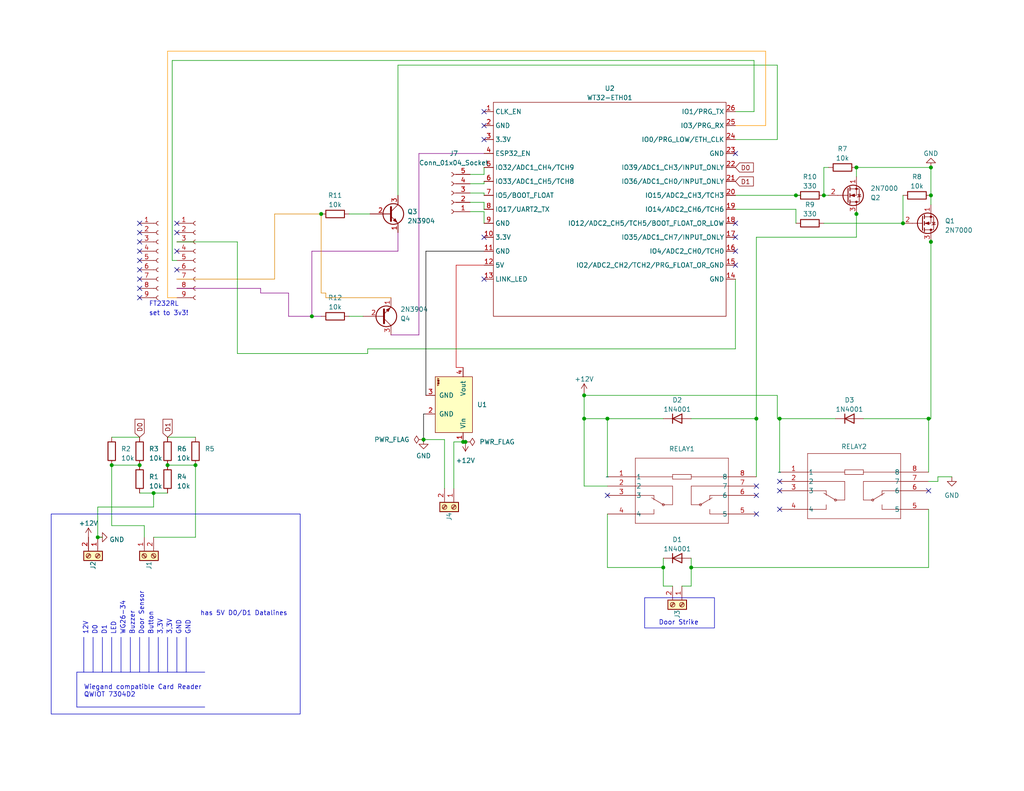
<source format=kicad_sch>
(kicad_sch (version 20230121) (generator eeschema)
  (paper "USLetter")
  (title_block (title "Door Controller") (date "2024-01-08") (rev "1") (company "MetaMakersCooperative") (comment 1 "https://metamakers.org/") (comment 2 "Door Controller"))
  (lib_symbols
    (symbol "2N3904_1" (pin_names (offset 0) hide)
      (property "Reference" "Q1" (at 5.08 0.635 0))
      (property "Value" "2N3904" (at 5.08 -1.905 0))
      (property "Sim.Device" "NPN" (at 0 0 0))
      (property "Sim.Type" "VBIC" (at 0 0 0))
      (property "Sim.Pins" "1=C 2=B 3=E" (at 0 0 0))
      (symbol "2N3904_1_0_1"
        (polyline (pts (xy 0.635 0.635) (xy 2.54 2.54)))
        (polyline (pts (xy 0.635 -0.635) (xy 2.54 -2.54) (xy 2.54 -2.54)))
        (polyline (pts (xy 0.635 1.905) (xy 0.635 -1.905) (xy 0.635 -1.905)) (stroke (width 0.508)))
        (polyline (pts (xy 1.27 -1.778) (xy 1.778 -1.27) (xy 2.286 -2.286) (xy 1.27 -1.778) (xy 1.27 -1.778)) (fill (type outline)))
        (circle (center 1.27 0) (radius 2.8194) (stroke (width 0.254)))
      )
      (symbol "2N3904_1_1_1"
        (pin passive line (at 2.54 -5.08 90) (length 2.54) (name "E") (number "1"))
        (pin passive line (at -5.08 0 0) (length 5.715) (name "B") (number "2"))
        (pin passive line (at 2.54 5.08 270) (length 2.54) (name "C") (number "3"))
      )
    )
    (symbol "Connector:Conn_01x05_Socket" (pin_names (offset 1.016) hide)
      (property "Reference" "J" (at 0 7.62 0))
      (property "Value" "Conn_01x05_Socket" (at 0 -7.62 0))
      (symbol "Conn_01x05_Socket_1_1"
        (arc (start 0 -4.572) (mid -0.5058 -5.08) (end 0 -5.588) (stroke (width 0.1524)))
        (arc (start 0 -2.032) (mid -0.5058 -2.54) (end 0 -3.048) (stroke (width 0.1524)))
        (polyline (pts (xy -1.27 -5.08) (xy -0.508 -5.08)) (stroke (width 0.1524)))
        (polyline (pts (xy -1.27 -2.54) (xy -0.508 -2.54)) (stroke (width 0.1524)))
        (polyline (pts (xy -1.27 0) (xy -0.508 0)) (stroke (width 0.1524)))
        (polyline (pts (xy -1.27 2.54) (xy -0.508 2.54)) (stroke (width 0.1524)))
        (polyline (pts (xy -1.27 5.08) (xy -0.508 5.08)) (stroke (width 0.1524)))
        (arc (start 0 0.508) (mid -0.5058 0) (end 0 -0.508) (stroke (width 0.1524)))
        (arc (start 0 3.048) (mid -0.5058 2.54) (end 0 2.032) (stroke (width 0.1524)))
        (arc (start 0 5.588) (mid -0.5058 5.08) (end 0 4.572) (stroke (width 0.1524)))
        (pin passive line (at -5.08 5.08 0) (length 3.81) (name "Pin_1") (number "1"))
        (pin passive line (at -5.08 2.54 0) (length 3.81) (name "Pin_2") (number "2"))
        (pin passive line (at -5.08 0 0) (length 3.81) (name "Pin_3") (number "3"))
        (pin passive line (at -5.08 -2.54 0) (length 3.81) (name "Pin_4") (number "4"))
        (pin passive line (at -5.08 -5.08 0) (length 3.81) (name "Pin_5") (number "5"))
      )
    )
    (symbol "Connector:Conn_01x09_Socket" (pin_names (offset 1.016) hide)
      (property "Reference" "J" (at 0 12.7 0))
      (property "Value" "Conn_01x09_Socket" (at 0 -12.7 0))
      (symbol "Conn_01x09_Socket_1_1"
        (arc (start 0 -9.652) (mid -0.5058 -10.16) (end 0 -10.668) (stroke (width 0.1524)))
        (arc (start 0 -7.112) (mid -0.5058 -7.62) (end 0 -8.128) (stroke (width 0.1524)))
        (arc (start 0 -4.572) (mid -0.5058 -5.08) (end 0 -5.588) (stroke (width 0.1524)))
        (arc (start 0 -2.032) (mid -0.5058 -2.54) (end 0 -3.048) (stroke (width 0.1524)))
        (polyline (pts (xy -1.27 -10.16) (xy -0.508 -10.16)) (stroke (width 0.1524)))
        (polyline (pts (xy -1.27 -7.62) (xy -0.508 -7.62)) (stroke (width 0.1524)))
        (polyline (pts (xy -1.27 -5.08) (xy -0.508 -5.08)) (stroke (width 0.1524)))
        (polyline (pts (xy -1.27 -2.54) (xy -0.508 -2.54)) (stroke (width 0.1524)))
        (polyline (pts (xy -1.27 0) (xy -0.508 0)) (stroke (width 0.1524)))
        (polyline (pts (xy -1.27 2.54) (xy -0.508 2.54)) (stroke (width 0.1524)))
        (polyline (pts (xy -1.27 5.08) (xy -0.508 5.08)) (stroke (width 0.1524)))
        (polyline (pts (xy -1.27 7.62) (xy -0.508 7.62)) (stroke (width 0.1524)))
        (polyline (pts (xy -1.27 10.16) (xy -0.508 10.16)) (stroke (width 0.1524)))
        (arc (start 0 0.508) (mid -0.5058 0) (end 0 -0.508) (stroke (width 0.1524)))
        (arc (start 0 3.048) (mid -0.5058 2.54) (end 0 2.032) (stroke (width 0.1524)))
        (arc (start 0 5.588) (mid -0.5058 5.08) (end 0 4.572) (stroke (width 0.1524)))
        (arc (start 0 8.128) (mid -0.5058 7.62) (end 0 7.112) (stroke (width 0.1524)))
        (arc (start 0 10.668) (mid -0.5058 10.16) (end 0 9.652) (stroke (width 0.1524)))
        (pin passive line (at -5.08 10.16 0) (length 3.81) (name "Pin_1") (number "1"))
        (pin passive line (at -5.08 7.62 0) (length 3.81) (name "Pin_2") (number "2"))
        (pin passive line (at -5.08 5.08 0) (length 3.81) (name "Pin_3") (number "3"))
        (pin passive line (at -5.08 2.54 0) (length 3.81) (name "Pin_4") (number "4"))
        (pin passive line (at -5.08 0 0) (length 3.81) (name "Pin_5") (number "5"))
        (pin passive line (at -5.08 -2.54 0) (length 3.81) (name "Pin_6") (number "6"))
        (pin passive line (at -5.08 -5.08 0) (length 3.81) (name "Pin_7") (number "7"))
        (pin passive line (at -5.08 -7.62 0) (length 3.81) (name "Pin_8") (number "8"))
        (pin passive line (at -5.08 -10.16 0) (length 3.81) (name "Pin_9") (number "9"))
      )
    )
    (symbol "Connector:Screw_Terminal_01x02" (pin_names (offset 1.016) hide)
      (property "Reference" "J" (at 0 2.54 0))
      (property "Value" "Screw_Terminal_01x02" (at 0 -5.08 0))
      (symbol "Screw_Terminal_01x02_1_1"
        (rectangle (start -1.27 1.27) (end 1.27 -3.81) (stroke (width 0.254)) (fill (type background)))
        (circle (center 0 -2.54) (radius 0.635) (stroke (width 0.1524)))
        (polyline (pts (xy -0.5334 -2.2098) (xy 0.3302 -3.048)) (stroke (width 0.1524)))
        (polyline (pts (xy -0.5334 0.3302) (xy 0.3302 -0.508)) (stroke (width 0.1524)))
        (polyline (pts (xy -0.3556 -2.032) (xy 0.508 -2.8702)) (stroke (width 0.1524)))
        (polyline (pts (xy -0.3556 0.508) (xy 0.508 -0.3302)) (stroke (width 0.1524)))
        (circle (center 0 0) (radius 0.635) (stroke (width 0.1524)))
        (pin passive line (at -5.08 0 0) (length 3.81) (name "Pin_1") (number "1"))
        (pin passive line (at -5.08 -2.54 0) (length 3.81) (name "Pin_2") (number "2"))
      )
    )
    (symbol "Device:R" (pin_numbers hide) (pin_names (offset 0))
      (property "Reference" "R" (at 2.032 0 90))
      (property "Value" "R" (at 0 0 90))
      (symbol "R_0_1"
        (rectangle (start -1.016 -2.54) (end 1.016 2.54) (stroke (width 0.254)))
      )
      (symbol "R_1_1"
        (pin passive line (at 0 3.81 270) (length 1.27) (name "~") (number "1"))
        (pin passive line (at 0 -3.81 90) (length 1.27) (name "~") (number "2"))
      )
    )
    (symbol "Diode:1N4001" (pin_numbers hide) (pin_names hide)
      (property "Reference" "D" (at 0 2.54 0))
      (property "Value" "1N4001" (at 0 -2.54 0))
      (symbol "1N4001_0_1"
        (polyline (pts (xy -1.27 1.27) (xy -1.27 -1.27)) (stroke (width 0.254)))
        (polyline (pts (xy 1.27 0) (xy -1.27 0)))
        (polyline (pts (xy 1.27 1.27) (xy 1.27 -1.27) (xy -1.27 0) (xy 1.27 1.27)) (stroke (width 0.254)))
      )
      (symbol "1N4001_1_1"
        (pin passive line (at -3.81 0 0) (length 2.54) (name "K") (number "1"))
        (pin passive line (at 3.81 0 180) (length 2.54) (name "A") (number "2"))
      )
    )
    (symbol "My_Library:J104D2C12VDC.20S" (pin_names (offset 0.254))
      (property "Reference" "U" (at 20.32 10.16 0))
      (property "Value" "J104D2C12VDC.20S" (at 20.32 7.62 0))
      (symbol "J104D2C12VDC.20S_0_1"
        (polyline (pts (xy 7.62 -12.7) (xy 33.02 -12.7)) (stroke (width 0.127)))
        (polyline (pts (xy 7.62 -10.16) (xy 12.7 -10.16)) (stroke (width 0.127)))
        (polyline (pts (xy 7.62 -5.08) (xy 12.7 -5.08)) (stroke (width 0.127)))
        (polyline (pts (xy 7.62 -2.54) (xy 17.78 -2.54)) (stroke (width 0.127)))
        (polyline (pts (xy 7.62 0) (xy 17.78 0)) (stroke (width 0.127)))
        (polyline (pts (xy 7.62 5.08) (xy 7.62 -12.7)) (stroke (width 0.127)))
        (polyline (pts (xy 12.7 -8.89) (xy 12.7 -10.16)) (stroke (width 0.127)))
        (polyline (pts (xy 12.7 -5.08) (xy 12.7 -6.35)) (stroke (width 0.127)))
        (polyline (pts (xy 15.24 -7.62) (xy 12.065 -5.715)) (stroke (width 0.127)))
        (polyline (pts (xy 17.78 -7.62) (xy 15.24 -7.62)) (stroke (width 0.127)))
        (polyline (pts (xy 17.78 -2.54) (xy 17.78 -7.62)) (stroke (width 0.127)))
        (polyline (pts (xy 17.78 0.635) (xy 17.78 -0.635)) (stroke (width 0.127)))
        (polyline (pts (xy 17.78 0.635) (xy 22.86 0.635)) (stroke (width 0.127)))
        (polyline (pts (xy 22.86 -7.62) (xy 25.4 -7.62)) (stroke (width 0.127)))
        (polyline (pts (xy 22.86 -2.54) (xy 22.86 -7.62)) (stroke (width 0.127)))
        (polyline (pts (xy 22.86 -0.635) (xy 17.78 -0.635)) (stroke (width 0.127)))
        (polyline (pts (xy 22.86 0) (xy 33.02 0)) (stroke (width 0.127)))
        (polyline (pts (xy 22.86 0.635) (xy 22.86 -0.635)) (stroke (width 0.127)))
        (polyline (pts (xy 25.4 -7.62) (xy 28.575 -5.715)) (stroke (width 0.127)))
        (polyline (pts (xy 27.94 -10.16) (xy 33.02 -10.16)) (stroke (width 0.127)))
        (polyline (pts (xy 27.94 -8.89) (xy 27.94 -10.16)) (stroke (width 0.127)))
        (polyline (pts (xy 27.94 -5.08) (xy 27.94 -6.35)) (stroke (width 0.127)))
        (polyline (pts (xy 33.02 -12.7) (xy 33.02 5.08)) (stroke (width 0.127)))
        (polyline (pts (xy 33.02 -5.08) (xy 27.94 -5.08)) (stroke (width 0.127)))
        (polyline (pts (xy 33.02 -2.54) (xy 22.86 -2.54)) (stroke (width 0.127)))
        (polyline (pts (xy 33.02 5.08) (xy 7.62 5.08)) (stroke (width 0.127)))
        (circle (center 15.24 -7.62) (radius 0.3048) (stroke (width 0.127)))
        (circle (center 25.4 -7.62) (radius 0.3048) (stroke (width 0.127)))
        (pin unspecified line (at 0 0 0) (length 7.62) (name "1") (number "1"))
        (pin unspecified line (at 0 -2.54 0) (length 7.62) (name "2") (number "2"))
        (pin unspecified line (at 0 -5.08 0) (length 7.62) (name "3") (number "3"))
        (pin unspecified line (at 0 -10.16 0) (length 7.62) (name "4") (number "4"))
        (pin unspecified line (at 40.64 -10.16 180) (length 7.62) (name "5") (number "5"))
        (pin unspecified line (at 40.64 -5.08 180) (length 7.62) (name "6") (number "6"))
        (pin unspecified line (at 40.64 -2.54 180) (length 7.62) (name "7") (number "7"))
        (pin unspecified line (at 40.64 0 180) (length 7.62) (name "8") (number "8"))
      )
    )
    (symbol "My_Library:YAAJ_DCDC_StepDown_LM2596" (pin_names (offset 1.016))
      (property "Reference" "U" (at -5.08 6.35 0))
      (property "Value" "YAAJ_DCDC_StepDown_LM2596" (at 0 11.43 0))
      (symbol "YAAJ_DCDC_StepDown_LM2596_0_1"
        (rectangle (start -7.62 5.08) (end 7.62 -5.08) (fill (type background)))
      )
      (symbol "YAAJ_DCDC_StepDown_LM2596_1_1"
        (text "Y@@V" (at 6.1976 -4.2672 0) (effects (font (size 0.508 0.508))))
        (pin power_in line (at -10.16 2.54 0) (length 2.54) (name "Vin") (number "1"))
        (pin power_in line (at -2.54 -7.62 90) (length 2.54) (name "GND") (number "2"))
        (pin power_in line (at 2.54 -7.62 90) (length 2.54) (name "GND") (number "3"))
        (pin power_out line (at 10.16 2.54 180) (length 2.54) (name "Vout") (number "4"))
      )
    )
    (symbol "Transistor_BJT:2N3904" (pin_names (offset 0) hide)
      (property "Reference" "Q" (at 5.08 1.905 0))
      (property "Value" "2N3904" (at 5.08 0 0))
      (symbol "2N3904_0_1"
        (polyline (pts (xy 0.635 0.635) (xy 2.54 2.54)))
        (polyline (pts (xy 0.635 -0.635) (xy 2.54 -2.54) (xy 2.54 -2.54)))
        (polyline (pts (xy 0.635 1.905) (xy 0.635 -1.905) (xy 0.635 -1.905)) (stroke (width 0.508)))
        (polyline (pts (xy 1.27 -1.778) (xy 1.778 -1.27) (xy 2.286 -2.286) (xy 1.27 -1.778) (xy 1.27 -1.778)) (fill (type outline)))
        (circle (center 1.27 0) (radius 2.8194) (stroke (width 0.254)))
      )
      (symbol "2N3904_1_1"
        (pin passive line (at 2.54 -5.08 90) (length 2.54) (name "E") (number "1"))
        (pin passive line (at -5.08 0 0) (length 5.715) (name "B") (number "2"))
        (pin passive line (at 2.54 5.08 270) (length 2.54) (name "C") (number "3"))
      )
    )
    (symbol "Transistor_FET:2N7000" (pin_names hide)
      (property "Reference" "Q" (at 5.08 1.905 0))
      (property "Value" "2N7000" (at 5.08 0 0))
      (symbol "2N7000_0_1"
        (polyline (pts (xy 0.254 0) (xy -2.54 0)))
        (polyline (pts (xy 0.254 1.905) (xy 0.254 -1.905)) (stroke (width 0.254)))
        (polyline (pts (xy 0.762 -1.27) (xy 0.762 -2.286)) (stroke (width 0.254)))
        (polyline (pts (xy 0.762 0.508) (xy 0.762 -0.508)) (stroke (width 0.254)))
        (polyline (pts (xy 0.762 2.286) (xy 0.762 1.27)) (stroke (width 0.254)))
        (polyline (pts (xy 2.54 2.54) (xy 2.54 1.778)))
        (polyline (pts (xy 2.54 -2.54) (xy 2.54 0) (xy 0.762 0)))
        (polyline (pts (xy 0.762 -1.778) (xy 3.302 -1.778) (xy 3.302 1.778) (xy 0.762 1.778)))
        (polyline (pts (xy 1.016 0) (xy 2.032 0.381) (xy 2.032 -0.381) (xy 1.016 0)) (fill (type outline)))
        (polyline (pts (xy 2.794 0.508) (xy 2.921 0.381) (xy 3.683 0.381) (xy 3.81 0.254)))
        (polyline (pts (xy 3.302 0.381) (xy 2.921 -0.254) (xy 3.683 -0.254) (xy 3.302 0.381)))
        (circle (center 1.651 0) (radius 2.794) (stroke (width 0.254)))
        (circle (center 2.54 -1.778) (radius 0.254) (fill (type outline)))
        (circle (center 2.54 1.778) (radius 0.254) (fill (type outline)))
      )
      (symbol "2N7000_1_1"
        (pin passive line (at 2.54 -5.08 90) (length 2.54) (name "S") (number "1"))
        (pin input line (at -5.08 0 0) (length 2.54) (name "G") (number "2"))
        (pin passive line (at 2.54 5.08 270) (length 2.54) (name "D") (number "3"))
      )
    )
    (symbol "WT32-ETH01:WT32-ETH01"
      (property "Reference" "U" (at 0 -22.86 0))
      (property "Value" "WT32-ETH01" (at 0 -25.4 0))
      (symbol "WT32-ETH01_0_1"
        (rectangle (start -31.75 29.21) (end 31.75 -29.21))
      )
      (symbol "WT32-ETH01_1_1"
        (pin bidirectional line (at -34.29 26.67 0) (length 2.54) (name "CLK_EN") (number "1"))
        (pin power_out line (at -34.29 -7.62 0) (length 2.54) (name "3.3V") (number "10"))
        (pin power_in line (at -34.29 -11.43 0) (length 2.54) (name "GND") (number "11"))
        (pin power_in line (at -34.29 -15.24 0) (length 2.54) (name "5V") (number "12"))
        (pin output line (at -34.29 -19.05 0) (length 2.54) (name "LINK_LED") (number "13"))
        (pin power_in line (at 34.29 -19.05 180) (length 2.54) (name "GND") (number "14"))
        (pin bidirectional line (at 34.29 -15.24 180) (length 2.54) (name "IO2/ADC2_CH2/TCH2/PRG_FLOAT_OR_GND") (number "15"))
        (pin bidirectional line (at 34.29 -11.43 180) (length 2.54) (name "IO4/ADC2_CH0/TCH0") (number "16"))
        (pin input line (at 34.29 -7.62 180) (length 2.54) (name "IO35/ADC1_CH7/INPUT_ONLY") (number "17"))
        (pin bidirectional line (at 34.29 -3.81 180) (length 2.54) (name "IO12/ADC2_CH5/TCH5/BOOT_FLOAT_OR_LOW") (number "18"))
        (pin bidirectional line (at 34.29 0 180) (length 2.54) (name "IO14/ADC2_CH6/TCH6") (number "19"))
        (pin power_in line (at -34.29 22.86 0) (length 2.54) (name "GND") (number "2"))
        (pin bidirectional line (at 34.29 3.81 180) (length 2.54) (name "IO15/ADC2_CH3/TCH3") (number "20"))
        (pin input line (at 34.29 7.62 180) (length 2.54) (name "IO36/ADC1_CH0/INPUT_ONLY") (number "21"))
        (pin input line (at 34.29 11.43 180) (length 2.54) (name "IO39/ADC1_CH3/INPUT_ONLY") (number "22"))
        (pin power_in line (at 34.29 15.24 180) (length 2.54) (name "GND") (number "23"))
        (pin bidirectional line (at 34.29 19.05 180) (length 2.54) (name "IO0/PRG_LOW/ETH_CLK") (number "24"))
        (pin bidirectional line (at 34.29 22.86 180) (length 2.54) (name "IO3/PRG_RX") (number "25"))
        (pin bidirectional line (at 34.29 26.67 180) (length 2.54) (name "IO1/PRG_TX") (number "26"))
        (pin power_out line (at -34.29 19.05 0) (length 2.54) (name "3.3V") (number "3"))
        (pin bidirectional line (at -34.29 15.24 0) (length 2.54) (name "ESP32_EN") (number "4"))
        (pin bidirectional line (at -34.29 11.43 0) (length 2.54) (name "IO32/ADC1_CH4/TCH9") (number "5"))
        (pin bidirectional line (at -34.29 7.62 0) (length 2.54) (name "IO33/ADC1_CH5/TCH8") (number "6"))
        (pin bidirectional line (at -34.29 3.81 0) (length 2.54) (name "IO5/BOOT_FLOAT") (number "7"))
        (pin bidirectional line (at -34.29 0 0) (length 2.54) (name "IO17/UART2_TX") (number "8"))
        (pin power_in line (at -34.29 -3.81 0) (length 2.54) (name "GND") (number "9"))
      )
    )
    (symbol "power:+12V" (power) (pin_names (offset 0))
      (property "Value" "+12V" (at 0 3.556 0))
      (symbol "+12V_0_1"
        (polyline (pts (xy -0.762 1.27) (xy 0 2.54)))
        (polyline (pts (xy 0 0) (xy 0 2.54)))
        (polyline (pts (xy 0 2.54) (xy 0.762 1.27)))
      )
      (symbol "+12V_1_1"
        (pin power_in line (at 0 0 90) (length 0) hide (name "+12V") (number "1"))
      )
    )
    (symbol "power:GND" (power) (pin_names (offset 0))
      (property "Value" "GND" (at 0 -3.81 0))
      (symbol "GND_0_1"
        (polyline (pts (xy 0 0) (xy 0 -1.27) (xy 1.27 -1.27) (xy 0 -2.54) (xy -1.27 -1.27) (xy 0 -1.27)))
      )
      (symbol "GND_1_1"
        (pin power_in line (at 0 0 270) (length 0) hide (name "GND") (number "1"))
      )
    )
    (symbol "power:PWR_FLAG" (power) (pin_numbers hide) (pin_names (offset 0) hide)
      (property "Value" "PWR_FLAG" (at 0 3.81 0))
      (symbol "PWR_FLAG_0_0"
        (pin power_out line (at 0 0 90) (length 0) (name "pwr") (number "1"))
      )
      (symbol "PWR_FLAG_0_1"
        (polyline (pts (xy 0 0) (xy 0 1.27) (xy -1.016 1.905) (xy 0 2.54) (xy 1.016 1.905) (xy 0 1.27)))
      )
    )
  )
  (junction (at 127 120.65))
  (junction (at 87.63 58.42))
  (junction (at 38.1 127))
  (junction (at 115.57 120.015))
  (junction (at 85.09 86.36))
  (junction (at 159.385 114.3))
  (junction (at 206.375 114.3))
  (junction (at 253.365 114.3))
  (junction (at 26.67 146.685))
  (junction (at 254 66.04))
  (junction (at 30.48 127))
  (junction (at 180.975 154.94))
  (junction (at 246.38 60.96))
  (junction (at 254 45.72))
  (junction (at 233.68 45.72))
  (junction (at 126.365 120.65))
  (junction (at 188.595 154.94))
  (junction (at 53.34 127))
  (junction (at 212.725 114.3))
  (junction (at 217.17 53.34))
  (junction (at 224.79 53.34))
  (junction (at 233.68 58.42))
  (junction (at 41.91 134.62))
  (junction (at 165.735 114.3))
  (junction (at 45.72 127))
  (junction (at 159.385 107.95))
  (junction (at 254 53.34))
  (no_connect (at 48.26 60.96))
  (no_connect (at 132.08 30.48))
  (no_connect (at 206.375 135.255))
  (no_connect (at 132.08 76.2))
  (no_connect (at 200.66 41.91))
  (no_connect (at 212.725 139.065))
  (no_connect (at 200.66 60.96))
  (no_connect (at 38.1 63.5))
  (no_connect (at 200.66 72.39))
  (no_connect (at 132.08 64.77))
  (no_connect (at 165.735 135.255))
  (no_connect (at 38.1 81.28))
  (no_connect (at 38.1 60.96))
  (no_connect (at 38.1 76.2))
  (no_connect (at 132.08 34.29))
  (no_connect (at 48.26 73.66))
  (no_connect (at 38.1 78.74))
  (no_connect (at 38.1 73.66))
  (no_connect (at 206.375 140.335))
  (no_connect (at 206.375 132.715))
  (no_connect (at 253.365 133.985))
  (no_connect (at 38.1 66.04))
  (no_connect (at 38.1 68.58))
  (no_connect (at 212.725 131.445))
  (no_connect (at 200.66 64.77))
  (no_connect (at 48.26 63.5))
  (no_connect (at 48.26 68.58))
  (no_connect (at 200.66 68.58))
  (no_connect (at 38.1 71.12))
  (no_connect (at 132.08 38.1))
  (no_connect (at 212.725 133.985))
  (wire (pts (xy 224.79 53.34) (xy 226.06 53.34)))
  (wire (pts (xy 87.63 80.01) (xy 87.63 58.42)) (stroke (width 0) (color 221 133 0 1)))
  (wire (pts (xy 254 65.405) (xy 254 66.04)))
  (wire (pts (xy 85.09 68.58) (xy 85.09 86.36)) (stroke (width 0) (color 132 0 132 1)))
  (wire (pts (xy 132.08 60.96) (xy 132.08 57.785)))
  (wire (pts (xy 74.93 58.42) (xy 87.63 58.42)) (stroke (width 0) (color 221 133 0 1)))
  (wire (pts (xy 132.08 55.245) (xy 128.27 55.245)))
  (wire (pts (xy 246.38 53.34) (xy 246.38 60.96)))
  (wire (pts (xy 200.66 76.2) (xy 200.66 95.25)))
  (wire (pts (xy 132.08 57.785) (xy 128.27 57.785)))
  (wire (pts (xy 95.25 86.36) (xy 99.06 86.36)))
  (wire (pts (xy 212.09 38.1) (xy 200.66 38.1)))
  (wire (pts (xy 108.585 17.78) (xy 108.585 53.34)))
  (polyline (pts (xy 22.86 183.515) (xy 22.86 173.99)))
  (wire (pts (xy 254 53.34) (xy 254 55.88)))
  (wire (pts (xy 132.08 45.72) (xy 132.08 47.625)))
  (wire (pts (xy 233.68 57.785) (xy 233.68 58.42)))
  (wire (pts (xy 183.515 160.02) (xy 180.975 160.02)))
  (wire (pts (xy 233.68 58.42) (xy 233.68 64.77)))
  (wire (pts (xy 180.975 152.4) (xy 180.975 154.94)))
  (wire (pts (xy 208.915 13.97) (xy 208.915 34.29)) (stroke (width 0) (color 255 153 0 1)))
  (wire (pts (xy 106.68 91.44) (xy 114.3 91.44)) (stroke (width 0) (color 132 0 132 1)))
  (wire (pts (xy 200.66 53.34) (xy 217.17 53.34)))
  (polyline (pts (xy 20.955 183.515) (xy 55.88 183.515)))
  (wire (pts (xy 30.48 127) (xy 30.48 143.51)))
  (wire (pts (xy 114.3 41.91) (xy 132.08 41.91)) (stroke (width 0) (color 132 0 132 1)))
  (wire (pts (xy 254 66.04) (xy 254 114.3)))
  (wire (pts (xy 71.12 78.74) (xy 71.12 80.01)) (stroke (width 0) (color 132 0 132 1)))
  (wire (pts (xy 126.365 120.65) (xy 127 120.65)))
  (polyline (pts (xy 20.955 193.04) (xy 20.955 183.515)))
  (wire (pts (xy 116.205 68.58) (xy 132.08 68.58)) (stroke (width 0) (color 0 0 0 1)))
  (wire (pts (xy 100.33 96.52) (xy 100.33 95.25)))
  (polyline (pts (xy 50.8 183.515) (xy 50.8 173.99)))
  (wire (pts (xy 205.74 16.51) (xy 205.74 30.48)))
  (wire (pts (xy 200.66 57.15) (xy 217.17 57.15)))
  (wire (pts (xy 78.74 86.36) (xy 85.09 86.36)) (stroke (width 0) (color 132 0 132 1)))
  (wire (pts (xy 224.79 53.34) (xy 224.79 45.72)))
  (wire (pts (xy 45.72 81.28) (xy 45.72 13.97)) (stroke (width 0) (color 255 153 0 1)))
  (wire (pts (xy 64.77 96.52) (xy 100.33 96.52)))
  (wire (pts (xy 88.9 80.01) (xy 87.63 80.01)) (stroke (width 0) (color 221 133 0 1)))
  (wire (pts (xy 46.99 71.12) (xy 46.99 16.51)))
  (wire (pts (xy 115.57 120.015) (xy 121.285 120.015)))
  (polyline (pts (xy 35.56 183.515) (xy 35.56 173.99)))
  (wire (pts (xy 26.67 138.43) (xy 41.91 138.43)))
  (wire (pts (xy 208.915 34.29) (xy 200.66 34.29)) (stroke (width 0) (color 255 153 0 1)))
  (wire (pts (xy 224.79 60.96) (xy 246.38 60.96)))
  (wire (pts (xy 180.975 160.02) (xy 180.975 154.94)))
  (wire (pts (xy 132.08 52.705) (xy 128.27 52.705)))
  (wire (pts (xy 206.375 114.3) (xy 188.595 114.3)))
  (polyline (pts (xy 55.88 193.04) (xy 20.955 193.04)))
  (wire (pts (xy 85.09 86.36) (xy 87.63 86.36)) (stroke (width 0) (color 132 0 132 1)))
  (polyline (pts (xy 45.72 183.515) (xy 45.72 173.99)))
  (wire (pts (xy 71.12 80.01) (xy 78.74 80.01)) (stroke (width 0) (color 132 0 132 1)))
  (wire (pts (xy 39.37 143.51) (xy 30.48 143.51)))
  (wire (pts (xy 159.385 132.715) (xy 165.735 132.715)))
  (wire (pts (xy 206.375 64.77) (xy 206.375 114.3)))
  (wire (pts (xy 124.46 100.33) (xy 126.365 100.33)) (stroke (width 0) (color 194 0 0 1)))
  (wire (pts (xy 88.9 81.28) (xy 106.68 81.28)) (stroke (width 0) (color 221 133 0 1)))
  (wire (pts (xy 233.68 64.77) (xy 206.375 64.77)))
  (wire (pts (xy 254 45.72) (xy 254 53.34)))
  (wire (pts (xy 41.91 138.43) (xy 41.91 134.62)))
  (wire (pts (xy 108.585 17.78) (xy 212.09 17.78)))
  (wire (pts (xy 186.055 160.02) (xy 188.595 160.02)))
  (wire (pts (xy 123.825 120.65) (xy 123.825 133.35)))
  (polyline (pts (xy 43.18 183.515) (xy 43.18 173.99)))
  (wire (pts (xy 224.79 45.72) (xy 226.06 45.72)))
  (polyline (pts (xy 38.1 183.515) (xy 38.1 173.99)))
  (wire (pts (xy 233.68 45.72) (xy 233.68 48.26)))
  (wire (pts (xy 115.57 120.015) (xy 115.57 120.65)) (stroke (width 0) (color 0 0 0 1)))
  (wire (pts (xy 48.26 71.12) (xy 46.99 71.12)))
  (wire (pts (xy 212.725 114.3) (xy 227.965 114.3)))
  (wire (pts (xy 78.74 80.01) (xy 78.74 86.36)) (stroke (width 0) (color 132 0 132 1)))
  (wire (pts (xy 212.09 107.95) (xy 159.385 107.95)))
  (wire (pts (xy 126.365 120.65) (xy 123.825 120.65)))
  (wire (pts (xy 159.385 107.315) (xy 159.385 107.95)))
  (wire (pts (xy 45.72 127) (xy 53.34 127)))
  (wire (pts (xy 30.48 127) (xy 38.1 127)))
  (wire (pts (xy 26.67 138.43) (xy 26.67 146.05)))
  (polyline (pts (xy 30.48 183.515) (xy 30.48 173.99)))
  (wire (pts (xy 212.725 114.3) (xy 212.09 114.3)))
  (wire (pts (xy 115.57 113.03) (xy 115.57 120.015)) (stroke (width 0) (color 0 0 0 1)))
  (wire (pts (xy 217.17 53.34) (xy 218.44 53.34)))
  (wire (pts (xy 188.595 152.4) (xy 188.595 154.94)))
  (wire (pts (xy 159.385 114.3) (xy 159.385 132.715)))
  (wire (pts (xy 48.26 81.28) (xy 45.72 81.28)) (stroke (width 0) (color 255 153 0 1)))
  (wire (pts (xy 124.46 100.33) (xy 124.46 72.39)) (stroke (width 0) (color 194 0 0 1)))
  (wire (pts (xy 38.1 134.62) (xy 41.91 134.62)))
  (wire (pts (xy 259.715 130.175) (xy 255.905 130.175)))
  (wire (pts (xy 121.285 133.35) (xy 121.285 120.015)))
  (wire (pts (xy 48.26 78.74) (xy 71.12 78.74)) (stroke (width 0) (color 132 0 132 1)))
  (wire (pts (xy 27.94 146.685) (xy 26.67 146.685)))
  (wire (pts (xy 64.77 66.04) (xy 64.77 96.52)))
  (wire (pts (xy 188.595 154.94) (xy 188.595 160.02)))
  (polyline (pts (xy 27.94 183.515) (xy 27.94 173.99)))
  (wire (pts (xy 124.46 72.39) (xy 132.08 72.39)) (stroke (width 0) (color 194 0 0 1)))
  (wire (pts (xy 205.74 30.48) (xy 200.66 30.48)))
  (wire (pts (xy 253.365 154.94) (xy 253.365 139.065)))
  (wire (pts (xy 100.33 95.25) (xy 200.66 95.25)))
  (wire (pts (xy 165.735 154.94) (xy 180.975 154.94)))
  (wire (pts (xy 165.735 114.3) (xy 180.975 114.3)))
  (wire (pts (xy 108.585 63.5) (xy 108.585 68.58)) (stroke (width 0) (color 132 0 132 1)))
  (wire (pts (xy 165.735 114.3) (xy 165.735 130.175)))
  (wire (pts (xy 74.93 76.2) (xy 74.93 58.42)) (stroke (width 0) (color 221 133 0 1)))
  (wire (pts (xy 48.26 76.2) (xy 74.93 76.2)) (stroke (width 0) (color 221 133 0 1)))
  (wire (pts (xy 253.365 128.905) (xy 253.365 114.3)))
  (wire (pts (xy 53.34 127) (xy 53.34 146.685)))
  (wire (pts (xy 45.72 13.97) (xy 208.915 13.97)) (stroke (width 0) (color 255 153 0 1)))
  (wire (pts (xy 255.905 130.175) (xy 255.905 131.445)))
  (wire (pts (xy 206.375 114.3) (xy 206.375 130.175)))
  (wire (pts (xy 159.385 114.3) (xy 165.735 114.3)))
  (wire (pts (xy 132.08 47.625) (xy 128.27 47.625)))
  (wire (pts (xy 212.09 17.78) (xy 212.09 38.1)))
  (wire (pts (xy 132.08 49.53) (xy 132.08 50.165)))
  (wire (pts (xy 46.99 16.51) (xy 205.74 16.51)))
  (wire (pts (xy 108.585 68.58) (xy 85.09 68.58)) (stroke (width 0) (color 132 0 132 1)))
  (wire (pts (xy 132.08 57.15) (xy 132.08 55.245)))
  (wire (pts (xy 132.08 53.34) (xy 132.08 52.705)))
  (wire (pts (xy 255.905 131.445) (xy 253.365 131.445)))
  (wire (pts (xy 235.585 114.3) (xy 253.365 114.3)))
  (wire (pts (xy 253.365 114.3) (xy 254 114.3)))
  (wire (pts (xy 95.25 58.42) (xy 100.965 58.42)))
  (wire (pts (xy 45.72 119.38) (xy 53.34 119.38)))
  (wire (pts (xy 41.91 146.685) (xy 53.34 146.685)))
  (wire (pts (xy 48.26 66.04) (xy 64.77 66.04)))
  (wire (pts (xy 188.595 154.94) (xy 253.365 154.94)))
  (wire (pts (xy 41.91 134.62) (xy 45.72 134.62)))
  (wire (pts (xy 132.08 50.165) (xy 128.27 50.165)))
  (wire (pts (xy 116.205 107.95) (xy 116.205 68.58)) (stroke (width 0) (color 0 0 0 1)))
  (wire (pts (xy 217.17 57.15) (xy 217.17 60.96)))
  (wire (pts (xy 115.57 113.03) (xy 116.205 113.03)) (stroke (width 0) (color 0 0 0 1)))
  (polyline (pts (xy 33.02 183.515) (xy 33.02 173.99)))
  (wire (pts (xy 30.48 119.38) (xy 38.1 119.38)))
  (wire (pts (xy 39.37 143.51) (xy 39.37 146.685)))
  (wire (pts (xy 114.3 41.91) (xy 114.3 91.44)) (stroke (width 0) (color 132 0 132 1)))
  (polyline (pts (xy 25.4 183.515) (xy 25.4 173.99)))
  (polyline (pts (xy 48.26 183.515) (xy 48.26 173.99)))
  (wire (pts (xy 165.735 140.335) (xy 165.735 154.94)))
  (wire (pts (xy 212.09 114.3) (xy 212.09 107.95)))
  (polyline (pts (xy 40.64 183.515) (xy 40.64 173.99)))
  (wire (pts (xy 233.68 45.72) (xy 254 45.72)))
  (wire (pts (xy 159.385 107.95) (xy 159.385 114.3)))
  (wire (pts (xy 88.9 81.28) (xy 88.9 80.01)) (stroke (width 0) (color 221 133 0 1)))
  (wire (pts (xy 212.725 128.905) (xy 212.725 114.3)))
  (rectangle (start 175.895 163.195) (end 194.945 171.45))
  (rectangle (start 13.97 140.335) (end 81.915 194.945))
  (text "12V" (at 24.13 173.355 90) (effects (font (size 1.27 1.27)) (justify left bottom)))
  (text "3,3V" (at 46.99 173.355 90) (effects (font (size 1.27 1.27)) (justify left bottom)))
  (text "Door Strike" (at 179.705 170.815 0) (effects (font (size 1.27 1.27)) (justify left bottom)))
  (text "Buzzer" (at 36.83 173.355 90) (effects (font (size 1.27 1.27)) (justify left bottom)))
  (text "WG26-34" (at 34.29 173.355 90) (effects (font (size 1.27 1.27)) (justify left bottom)))
  (text "Button" (at 41.91 173.355 90) (effects (font (size 1.27 1.27)) (justify left bottom)))
  (text "\nGND " (at 49.53 173.355 90) (effects (font (size 1.27 1.27)) (justify left bottom)))
  (text "FT232RL" (at 40.64 83.82 0) (effects (font (size 1.27 1.27)) (justify left bottom)))
  (text "has 5V D0/D1 Datalines\n" (at 54.61 168.275 0) (effects (font (size 1.27 1.27)) (justify left bottom)))
  (text "Wiegand compatible Card Reader\nQWIOT 7304D2" (at 22.86 190.5 0) (effects (font (size 1.27 1.27)) (justify left bottom)))
  (text "Door Sensor" (at 39.37 173.355 90) (effects (font (size 1.27 1.27)) (justify left bottom)))
  (text "D1" (at 29.21 173.355 90) (effects (font (size 1.27 1.27)) (justify left bottom)))
  (text "LED" (at 31.75 173.355 90) (effects (font (size 1.27 1.27)) (justify left bottom)))
  (text "3,3V" (at 44.45 173.355 90) (effects (font (size 1.27 1.27)) (justify left bottom)))
  (text "GND " (at 52.07 173.355 90) (effects (font (size 1.27 1.27)) (justify left bottom)))
  (text "set to 3v3!" (at 40.64 86.36 0) (effects (font (size 1.27 1.27)) (justify left bottom)))
  (text "D0" (at 26.67 173.355 90) (effects (font (size 1.27 1.27)) (justify left bottom)))
  (global_label "D1" (shape input) (at 200.66 49.53 0) (property "Intersheetrefs" "${INTERSHEET_REFS}" (effects hide)))
  (global_label "D1" (shape input) (at 45.72 119.38 90) (property "Intersheetrefs" "${INTERSHEET_REFS}" (effects hide)))
  (global_label "D0" (shape input) (at 38.1 119.38 90) (property "Intersheetrefs" "${INTERSHEET_REFS}" (effects hide)))
  (global_label "D0" (shape input) (at 200.66 45.72 0) (property "Intersheetrefs" "${INTERSHEET_REFS}" (effects hide)))
  (symbol (lib_id "Diode:1N4001") (at 184.785 114.3 0) (unit 1)
    (property "Reference" "D2" (at 184.785 109.22 0))
    (property "Value" "1N4001" (at 184.785 111.76 0))
    (property "Footprint" "Diode_THT:D_DO-41_SOD81_P10.16mm_Horizontal" (effects hide))
    (property "Datasheet" "http://www.vishay.com/docs/88503/1n4001.pdf" (effects hide))
    (property "Sim.Device" "D" (effects hide))
    (property "Sim.Pins" "1=K 2=A" (effects hide))
  )
  (symbol (lib_id "Transistor_BJT:2N3904") (at 104.14 86.36 0) (mirror x) (unit 1)
    (property "Reference" "Q4" (at 109.22 86.995 0) (effects (justify left)))
    (property "Value" "2N3904" (at 109.22 84.455 0) (effects (justify left)))
    (property "Footprint" "Package_TO_SOT_THT:TO-92_Inline" (effects hide))
    (property "Datasheet" "https://www.onsemi.com/pub/Collateral/2N3903-D.PDF" (effects hide))
    (property "Sim.Device" "NPN" (effects hide))
    (property "Sim.Type" "VBIC" (effects hide))
    (property "Sim.Pins" "1=C 2=B 3=E" (effects hide))
  )
  (symbol (lib_id "Device:R") (at 53.34 123.19 0) (unit 1)
    (property "Reference" "R5" (at 55.88 122.555 0) (effects (justify left)))
    (property "Value" "10k" (effects hide))
    (property "Footprint" "Resistor_THT:R_Axial_DIN0204_L3.6mm_D1.6mm_P7.62mm_Horizontal" (effects hide))
  )
  (symbol (lib_id "Device:R") (at 91.44 58.42 270) (unit 1)
    (property "Reference" "R11" (at 91.44 53.34 90))
    (property "Value" "10k" (at 91.44 55.88 90))
    (property "Footprint" "Resistor_THT:R_Axial_DIN0204_L3.6mm_D1.6mm_P7.62mm_Horizontal" (effects hide))
  )
  (symbol (lib_id "Connector:Conn_01x09_Socket") (at 43.18 71.12 0) (unit 1)
    (property "Reference" "J5" (effects hide))
    (property "Value" "Conn_01x09_Socket" (effects hide))
    (property "Footprint" "Connector_PinSocket_2.54mm:PinSocket_1x09_P2.54mm_Vertical" (effects hide))
    (property "Sim.Enable" "0" (effects hide))
  )
  (symbol (lib_id "power:+12V") (at 159.385 107.315 0) (unit 1)
    (property "Reference" "#PWR05" (effects hide))
    (property "Value" "+12V" (at 159.385 103.505 0))
  )
  (symbol (lib_id "Connector:Screw_Terminal_01x02") (at 39.37 151.765 90) (mirror x) (unit 1)
    (property "Reference" "J1" (at 40.64 155.575 0) (effects (justify right)))
    (property "Value" " " (at 39.37 155.575 90) (effects (justify right)))
    (property "Footprint" "TerminalBlock_Phoenix:TerminalBlock_Phoenix_MKDS-1,5-2_1x02_P5.00mm_Horizontal" (effects hide))
    (property "Sim.Enable" "0" (effects hide))
  )
  (symbol (lib_id "Device:R") (at 38.1 123.19 0) (unit 1)
    (property "Reference" "R3" (at 40.64 122.555 0) (effects (justify left)))
    (property "Value" "10k" (at 40.64 125.095 0) (effects (justify left)))
    (property "Footprint" "Resistor_THT:R_Axial_DIN0204_L3.6mm_D1.6mm_P7.62mm_Horizontal" (effects hide))
  )
  (symbol (lib_id "power:GND") (at 254 45.72 180) (unit 1)
    (property "Reference" "#PWR06" (effects hide))
    (property "Value" "GND" (at 254 41.91 0))
  )
  (symbol (lib_id "Device:R") (at 220.98 53.34 90) (unit 1)
    (property "Reference" "R10" (at 220.98 48.26 90))
    (property "Value" "330" (at 220.98 50.8 90))
    (property "Footprint" "Resistor_THT:R_Axial_DIN0204_L3.6mm_D1.6mm_P7.62mm_Horizontal" (effects hide))
  )
  (symbol (lib_id "Connector:Screw_Terminal_01x02") (at 26.67 151.765 270) (unit 1)
    (property "Reference" "J2" (at 25.4 155.575 0) (effects (justify right)))
    (property "Value" " " (at 26.67 155.575 90) (effects (justify right)))
    (property "Footprint" "TerminalBlock_Phoenix:TerminalBlock_Phoenix_MKDS-1,5-2_1x02_P5.00mm_Horizontal" (effects hide))
    (property "Sim.Enable" "0" (effects hide))
  )
  (symbol (lib_id "Device:R") (at 220.98 60.96 90) (unit 1)
    (property "Reference" "R9" (at 220.98 55.88 90))
    (property "Value" "330" (at 220.98 58.42 90))
    (property "Footprint" "Resistor_THT:R_Axial_DIN0204_L3.6mm_D1.6mm_P7.62mm_Horizontal" (effects hide))
  )
  (symbol (lib_id "power:GND") (at 26.67 146.685 90) (mirror x) (unit 1)
    (property "Reference" "#PWR02" (effects hide))
    (property "Value" "GND" (at 29.845 147.32 90) (effects (justify right)))
  )
  (symbol (lib_id "Device:R") (at 38.1 130.81 0) (unit 1)
    (property "Reference" "R1" (at 40.64 130.175 0) (effects (justify left)))
    (property "Value" "10k" (at 40.64 132.715 0) (effects (justify left)))
    (property "Footprint" "Resistor_THT:R_Axial_DIN0204_L3.6mm_D1.6mm_P7.62mm_Horizontal" (effects hide))
  )
  (symbol (lib_id "power:GND") (at 259.715 130.175 0) (unit 1)
    (property "Reference" "#PWR07" (effects hide))
    (property "Value" "GND" (at 259.715 135.255 0))
  )
  (symbol (lib_id "Device:R") (at 45.72 130.81 0) (unit 1)
    (property "Reference" "R4" (at 48.26 130.175 0) (effects (justify left)))
    (property "Value" "10k" (at 48.26 132.715 0) (effects (justify left)))
    (property "Footprint" "Resistor_THT:R_Axial_DIN0204_L3.6mm_D1.6mm_P7.62mm_Horizontal" (effects hide))
  )
  (symbol (lib_id "power:PWR_FLAG") (at 127 120.65 270) (unit 1)
    (property "Reference" "#FLG03" (effects hide))
    (property "Value" "PWR_FLAG" (at 130.81 120.65 90) (effects (justify left)))
  )
  (symbol (lib_name "2N3904_1") (lib_id "Transistor_BJT:2N3904") (at 106.045 58.42 0) (unit 1)
    (property "Reference" "Q3" (at 111.125 57.785 0) (effects (justify left)))
    (property "Value" "2N3904" (at 111.125 60.325 0) (effects (justify left)))
    (property "Footprint" "Package_TO_SOT_THT:TO-92_Inline" (effects hide))
    (property "Datasheet" "https://www.onsemi.com/pub/Collateral/2N3903-D.PDF" (effects hide))
    (property "Sim.Device" "NPN" (effects hide))
    (property "Sim.Type" "VBIC" (effects hide))
    (property "Sim.Pins" "1=C 2=B 3=E" (effects hide))
  )
  (symbol (lib_id "Transistor_FET:2N7000") (at 251.46 60.96 0) (mirror x) (unit 1)
    (property "Reference" "Q1" (at 257.81 60.325 0) (effects (justify left)))
    (property "Value" "2N7000" (at 257.81 62.865 0) (effects (justify left)))
    (property "Footprint" "Package_TO_SOT_THT:TO-92_Inline" (effects hide))
    (property "Datasheet" "https://www.vishay.com/docs/70226/70226.pdf" (effects hide))
    (property "Sim.Device" "NMOS" (effects hide))
    (property "Sim.Type" "VDMOS" (effects hide))
    (property "Sim.Pins" "1=D 2=G 3=S" (effects hide))
  )
  (symbol (lib_id "power:GND") (at 115.57 120.015 0) (unit 1)
    (property "Reference" "#PWR03" (effects hide))
    (property "Value" "GND" (at 115.57 124.46 0))
  )
  (symbol (lib_id "Connector:Conn_01x05_Socket") (at 123.19 52.705 180) (unit 1)
    (property "Reference" "J7" (at 123.825 41.91 0))
    (property "Value" "Conn_01x04_Socket" (at 123.825 44.45 0))
    (property "Footprint" "Connector_PinSocket_2.54mm:PinSocket_1x05_P2.54mm_Vertical" (effects hide))
  )
  (symbol (lib_id "Connector:Screw_Terminal_01x02") (at 123.825 138.43 270) (unit 1)
    (property "Reference" "J4" (at 122.555 142.24 0) (effects (justify right)))
    (property "Value" " " (at 123.825 142.24 90) (effects (justify right)))
    (property "Footprint" "TerminalBlock_Phoenix:TerminalBlock_Phoenix_MKDS-1,5-2_1x02_P5.00mm_Horizontal" (effects hide))
    (property "Sim.Enable" "0" (effects hide))
  )
  (symbol (lib_id "power:+12V") (at 127 120.65 180) (unit 1)
    (property "Reference" "#PWR04" (effects hide))
    (property "Value" "+12V" (at 127 125.73 0))
  )
  (symbol (lib_id "Connector:Conn_01x09_Socket") (at 53.34 71.12 0) (unit 1)
    (property "Reference" "J6" (effects hide))
    (property "Value" "Conn_01x09_Socket" (effects hide))
    (property "Footprint" "Connector_PinSocket_2.54mm:PinSocket_1x09_P2.54mm_Vertical" (effects hide))
    (property "Sim.Enable" "0" (effects hide))
  )
  (symbol (lib_id "Device:R") (at 91.44 86.36 270) (unit 1)
    (property "Reference" "R12" (at 91.44 81.28 90))
    (property "Value" "10k" (at 91.44 83.82 90))
    (property "Footprint" "Resistor_THT:R_Axial_DIN0204_L3.6mm_D1.6mm_P7.62mm_Horizontal" (effects hide))
  )
  (symbol (lib_id "Device:R") (at 45.72 123.19 0) (unit 1)
    (property "Reference" "R6" (at 48.26 122.555 0) (effects (justify left)))
    (property "Value" "10k" (at 48.26 125.095 0) (effects (justify left)))
    (property "Footprint" "Resistor_THT:R_Axial_DIN0204_L3.6mm_D1.6mm_P7.62mm_Horizontal" (effects hide))
  )
  (symbol (lib_id "WT32-ETH01:WT32-ETH01") (at 166.37 57.15 0) (unit 1)
    (property "Reference" "U2" (at 166.37 24.13 0))
    (property "Value" "WT32-ETH01" (at 166.37 26.67 0))
    (property "Footprint" "WT32-ETH01:WT32-ETH01" (effects hide))
    (property "Sim.Enable" "0" (effects hide))
  )
  (symbol (lib_id "Transistor_FET:2N7000") (at 231.14 53.34 0) (mirror x) (unit 1)
    (property "Reference" "Q2" (at 237.49 53.975 0) (effects (justify left)))
    (property "Value" "2N7000" (at 237.49 51.435 0) (effects (justify left)))
    (property "Footprint" "Package_TO_SOT_THT:TO-92_Inline" (effects hide))
    (property "Datasheet" "https://www.vishay.com/docs/70226/70226.pdf" (effects hide))
    (property "Sim.Device" "NMOS" (effects hide))
    (property "Sim.Type" "VDMOS" (effects hide))
    (property "Sim.Pins" "1=D 2=G 3=S" (effects hide))
  )
  (symbol (lib_id "Diode:1N4001") (at 184.785 152.4 0) (unit 1)
    (property "Reference" "D1" (at 184.785 147.32 0))
    (property "Value" "1N4001" (at 184.785 149.86 0))
    (property "Footprint" "Diode_THT:D_DO-41_SOD81_P10.16mm_Horizontal" (effects hide))
    (property "Datasheet" "http://www.vishay.com/docs/88503/1n4001.pdf" (effects hide))
    (property "Sim.Device" "D" (effects hide))
    (property "Sim.Pins" "1=K 2=A" (effects hide))
  )
  (symbol (lib_id "Diode:1N4001") (at 231.775 114.3 0) (unit 1)
    (property "Reference" "D3" (at 231.775 109.22 0))
    (property "Value" "1N4001" (at 231.775 111.76 0))
    (property "Footprint" "Diode_THT:D_DO-41_SOD81_P10.16mm_Horizontal" (effects hide))
    (property "Datasheet" "http://www.vishay.com/docs/88503/1n4001.pdf" (effects hide))
    (property "Sim.Device" "D" (effects hide))
    (property "Sim.Pins" "1=K 2=A" (effects hide))
  )
  (symbol (lib_id "My_Library:J104D2C12VDC.20S") (at 212.725 128.905 0) (unit 1)
    (property "Reference" "RELAY2" (at 233.045 121.92 0))
    (property "Value" "~" (at 212.725 128.905 0))
    (property "Footprint" "MyLibrary:RELAY8_J104D2C12VDC.20S_CRS" (effects hide))
    (property "Datasheet" "J104D2C12VDC.20S" (effects hide))
    (property "Sim.Device" "SW" (effects hide))
    (property "Sim.Type" "V" (effects hide))
    (property "Sim.Pins" "1=ctrl+ 2=ctrl- 3=no+ 4=no-" (effects hide))
  )
  (symbol (lib_id "Device:R") (at 250.19 53.34 90) (unit 1)
    (property "Reference" "R8" (at 250.19 48.26 90))
    (property "Value" "10k" (at 250.19 50.8 90))
    (property "Footprint" "Resistor_THT:R_Axial_DIN0204_L3.6mm_D1.6mm_P7.62mm_Horizontal" (effects hide))
  )
  (symbol (lib_id "Connector:Screw_Terminal_01x02") (at 186.055 165.1 270) (unit 1)
    (property "Reference" "J3" (at 184.785 168.91 0) (effects (justify right)))
    (property "Value" " " (at 186.055 168.91 90) (effects (justify right)))
    (property "Footprint" "TerminalBlock_Phoenix:TerminalBlock_Phoenix_MKDS-1,5-2_1x02_P5.00mm_Horizontal" (effects hide))
    (property "Sim.Enable" "0" (effects hide))
  )
  (symbol (lib_id "My_Library:YAAJ_DCDC_StepDown_LM2596") (at 123.825 110.49 270) (mirror x) (unit 1)
    (property "Reference" "U1" (at 130.175 110.49 90) (effects (justify left)))
    (property "Value" "YAAJ_DCDC_StepDown_LM2596" (effects hide))
    (property "Footprint" "MyLibrary:YAAJ_DCDC_StepDown_LM2596_Universal" (effects hide))
    (property "Sim.Device" "V" (effects hide))
    (property "Sim.Type" "DC" (effects hide))
    (property "Sim.Pins" "1=+ 2=-" (effects hide))
    (property "Sim.Params" "dc=\"\"" (effects hide))
  )
  (symbol (lib_id "power:PWR_FLAG") (at 115.57 120.015 90) (unit 1)
    (property "Reference" "#FLG01" (effects hide))
    (property "Value" "PWR_FLAG" (at 111.76 120.015 90) (effects (justify left)))
  )
  (symbol (lib_id "Device:R") (at 30.48 123.19 0) (unit 1)
    (property "Reference" "R2" (at 33.02 122.555 0) (effects (justify left)))
    (property "Value" "10k" (at 33.02 125.095 0) (effects (justify left)))
    (property "Footprint" "Resistor_THT:R_Axial_DIN0204_L3.6mm_D1.6mm_P7.62mm_Horizontal" (effects hide))
  )
  (symbol (lib_id "My_Library:J104D2C12VDC.20S") (at 165.735 130.175 0) (unit 1)
    (property "Reference" "RELAY1" (at 186.055 122.555 0))
    (property "Value" "~" (at 165.735 130.175 0))
    (property "Footprint" "MyLibrary:RELAY8_J104D2C12VDC.20S_CRS" (effects hide))
    (property "Datasheet" "J104D2C12VDC.20S" (effects hide))
    (property "Sim.Device" "SW" (effects hide))
    (property "Sim.Type" "V" (effects hide))
    (property "Sim.Pins" "1=ctrl+ 2=ctrl- 3=no+ 4=no-" (effects hide))
  )
  (symbol (lib_id "power:+12V") (at 24.13 146.685 0) (unit 1)
    (property "Reference" "#PWR01" (effects hide))
    (property "Value" "+12V" (at 24.13 142.875 0))
  )
  (symbol (lib_id "Device:R") (at 229.87 45.72 90) (unit 1)
    (property "Reference" "R7" (at 229.87 40.64 90))
    (property "Value" "10k" (at 229.87 43.18 90))
    (property "Footprint" "Resistor_THT:R_Axial_DIN0204_L3.6mm_D1.6mm_P7.62mm_Horizontal" (effects hide))
  )
)
</source>
